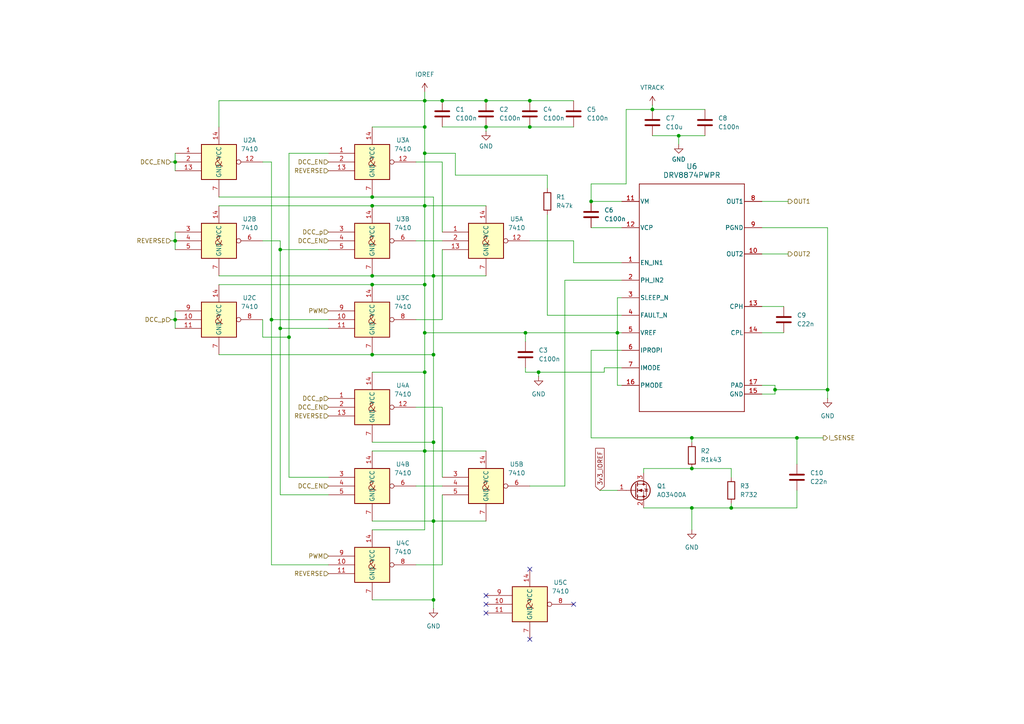
<source format=kicad_sch>
(kicad_sch (version 20231120) (generator "eeschema") (generator_version "8.0")
  (paper "A4")
  (title_block (title "Arduino Nano LCC Booster") (date "2024-04-28") (rev "1.0") (company "TMRC") (comment 1 "Noah Paladino"))
  (lib_symbols
    (symbol "74xx_IEEE:7410"
      (property "Reference" "U" (at 2.54 7.62 0))
      (property "Value" "7410" (at 3.81 -7.62 0))
      (symbol "7410_0_0"
        (text "&" (at 0 0 0) (effects (font (size 2.54 2.54))))
      )
      (symbol "7410_0_1"
        (rectangle (start -5.08 5.08) (end 5.08 -5.08) (stroke (width 0.254)) (fill (type background)))
        (pin power_in line (at 0 10.16 270) (length 5.08) (name "VCC") (number "14"))
        (pin power_in line (at 0 -10.16 90) (length 5.08) (name "GND") (number "7"))
      )
      (symbol "7410_1_1"
        (pin input line (at -12.7 2.54 0) (length 7.62) (name "~") (number "1"))
        (pin output inverted (at 12.7 0 180) (length 7.62) (name "~") (number "12"))
        (pin input line (at -12.7 -2.54 0) (length 7.62) (name "~") (number "13"))
        (pin input line (at -12.7 0 0) (length 7.62) (name "~") (number "2"))
      )
      (symbol "7410_2_1"
        (pin input line (at -12.7 2.54 0) (length 7.62) (name "~") (number "3"))
        (pin input line (at -12.7 0 0) (length 7.62) (name "~") (number "4"))
        (pin input line (at -12.7 -2.54 0) (length 7.62) (name "~") (number "5"))
        (pin output inverted (at 12.7 0 180) (length 7.62) (name "~") (number "6"))
      )
      (symbol "7410_3_1"
        (pin input line (at -12.7 0 0) (length 7.62) (name "~") (number "10"))
        (pin input line (at -12.7 -2.54 0) (length 7.62) (name "~") (number "11"))
        (pin output inverted (at 12.7 0 180) (length 7.62) (name "~") (number "8"))
        (pin input line (at -12.7 2.54 0) (length 7.62) (name "~") (number "9"))
      )
    )
    (symbol "DRV8874:DRV8874PWPR" (pin_names (offset 0.254))
      (property "Reference" "U" (at 0 2.54 0))
      (property "Value" "DRV8874PWPR" (at 0 0 0))
      (symbol "DRV8874PWPR_0_1"
        (polyline (pts (xy -15.24 -33.02) (xy 15.24 -33.02)) (stroke (width 0.2032)))
        (polyline (pts (xy -15.24 33.02) (xy -15.24 -33.02)) (stroke (width 0.2032)))
        (polyline (pts (xy 15.24 -33.02) (xy 15.24 33.02)) (stroke (width 0.2032)))
        (polyline (pts (xy 15.24 33.02) (xy -15.24 33.02)) (stroke (width 0.2032)))
        (pin input line (at -20.32 10.16 0) (length 5.08) (name "EN_IN1") (number "1"))
        (pin output line (at 20.32 12.7 180) (length 5.08) (name "OUT2") (number "10"))
        (pin power_in line (at -20.32 27.94 0) (length 5.08) (name "VM") (number "11"))
        (pin power_in line (at -20.32 20.32 0) (length 5.08) (name "VCP") (number "12"))
        (pin power_in line (at 20.32 -2.54 180) (length 5.08) (name "CPH") (number "13"))
        (pin power_in line (at 20.32 -10.16 180) (length 5.08) (name "CPL") (number "14"))
        (pin power_in line (at 20.32 -27.94 180) (length 5.08) (name "GND") (number "15"))
        (pin input line (at -20.32 -25.4 0) (length 5.08) (name "PMODE") (number "16"))
        (pin power_in line (at 20.32 -25.4 180) (length 5.08) (name "PAD") (number "17"))
        (pin input line (at -20.32 5.08 0) (length 5.08) (name "PH_IN2") (number "2"))
        (pin input line (at -20.32 0 0) (length 5.08) (name "SLEEP_N") (number "3"))
        (pin open_collector line (at -20.32 -5.08 0) (length 5.08) (name "FAULT_N") (number "4"))
        (pin power_in line (at -20.32 -10.16 0) (length 5.08) (name "VREF") (number "5"))
        (pin output line (at -20.32 -15.24 0) (length 5.08) (name "IPROPI") (number "6"))
        (pin input line (at -20.32 -20.32 0) (length 5.08) (name "IMODE") (number "7"))
        (pin output line (at 20.32 27.94 180) (length 5.08) (name "OUT1") (number "8"))
        (pin power_in line (at 20.32 20.32 180) (length 5.08) (name "PGND") (number "9"))
      )
    )
    (symbol "Device:C" (pin_numbers hide) (pin_names (offset 0.254))
      (property "Reference" "C" (at 0.635 2.54 0))
      (property "Value" "C" (at 0.635 -2.54 0))
      (symbol "C_0_1"
        (polyline (pts (xy -2.032 -0.762) (xy 2.032 -0.762)) (stroke (width 0.508)))
        (polyline (pts (xy -2.032 0.762) (xy 2.032 0.762)) (stroke (width 0.508)))
      )
      (symbol "C_1_1"
        (pin passive line (at 0 3.81 270) (length 2.794) (name "~") (number "1"))
        (pin passive line (at 0 -3.81 90) (length 2.794) (name "~") (number "2"))
      )
    )
    (symbol "Device:R" (pin_numbers hide) (pin_names (offset 0))
      (property "Reference" "R" (at 2.032 0 90))
      (property "Value" "R" (at 0 0 90))
      (symbol "R_0_1"
        (rectangle (start -1.016 -2.54) (end 1.016 2.54) (stroke (width 0.254)))
      )
      (symbol "R_1_1"
        (pin passive line (at 0 3.81 270) (length 1.27) (name "~") (number "1"))
        (pin passive line (at 0 -3.81 90) (length 1.27) (name "~") (number "2"))
      )
    )
    (symbol "Transistor_FET:AO3400A" (pin_names hide)
      (property "Reference" "Q" (at 5.08 1.905 0))
      (property "Value" "AO3400A" (at 5.08 0 0))
      (symbol "AO3400A_0_1"
        (polyline (pts (xy 0.254 0) (xy -2.54 0)))
        (polyline (pts (xy 0.254 1.905) (xy 0.254 -1.905)) (stroke (width 0.254)))
        (polyline (pts (xy 0.762 -1.27) (xy 0.762 -2.286)) (stroke (width 0.254)))
        (polyline (pts (xy 0.762 0.508) (xy 0.762 -0.508)) (stroke (width 0.254)))
        (polyline (pts (xy 0.762 2.286) (xy 0.762 1.27)) (stroke (width 0.254)))
        (polyline (pts (xy 2.54 2.54) (xy 2.54 1.778)))
        (polyline (pts (xy 2.54 -2.54) (xy 2.54 0) (xy 0.762 0)))
        (polyline (pts (xy 0.762 -1.778) (xy 3.302 -1.778) (xy 3.302 1.778) (xy 0.762 1.778)))
        (polyline (pts (xy 1.016 0) (xy 2.032 0.381) (xy 2.032 -0.381) (xy 1.016 0)) (fill (type outline)))
        (polyline (pts (xy 2.794 0.508) (xy 2.921 0.381) (xy 3.683 0.381) (xy 3.81 0.254)))
        (polyline (pts (xy 3.302 0.381) (xy 2.921 -0.254) (xy 3.683 -0.254) (xy 3.302 0.381)))
        (circle (center 1.651 0) (radius 2.794) (stroke (width 0.254)))
        (circle (center 2.54 -1.778) (radius 0.254) (fill (type outline)))
        (circle (center 2.54 1.778) (radius 0.254) (fill (type outline)))
      )
      (symbol "AO3400A_1_1"
        (pin input line (at -5.08 0 0) (length 2.54) (name "G") (number "1"))
        (pin passive line (at 2.54 -5.08 90) (length 2.54) (name "S") (number "2"))
        (pin passive line (at 2.54 5.08 270) (length 2.54) (name "D") (number "3"))
      )
    )
    (symbol "power:+3.3V" (power) (pin_numbers hide) (pin_names (offset 0) hide)
      (property "Value" "+3.3V" (at 0 3.556 0))
      (symbol "+3.3V_0_1"
        (polyline (pts (xy -0.762 1.27) (xy 0 2.54)))
        (polyline (pts (xy 0 0) (xy 0 2.54)))
        (polyline (pts (xy 0 2.54) (xy 0.762 1.27)))
      )
      (symbol "+3.3V_1_1"
        (pin power_in line (at 0 0 90) (length 0) (name "~") (number "1"))
      )
    )
    (symbol "power:GND" (power) (pin_numbers hide) (pin_names (offset 0) hide)
      (property "Value" "GND" (at 0 -3.81 0))
      (symbol "GND_0_1"
        (polyline (pts (xy 0 0) (xy 0 -1.27) (xy 1.27 -1.27) (xy 0 -2.54) (xy -1.27 -1.27) (xy 0 -1.27)))
      )
      (symbol "GND_1_1"
        (pin power_in line (at 0 0 270) (length 0) (name "~") (number "1"))
      )
    )
  )
  (junction (at 196.85 39.37))
  (junction (at 125.73 128.27))
  (junction (at 200.66 147.32))
  (junction (at 123.19 96.52))
  (junction (at 125.73 80.01))
  (junction (at 50.8 46.99))
  (junction (at 156.21 107.95))
  (junction (at 107.95 57.15))
  (junction (at 140.97 29.21))
  (junction (at 123.19 59.69))
  (junction (at 123.19 130.81))
  (junction (at 83.82 97.79))
  (junction (at 107.95 80.01))
  (junction (at 81.28 72.39))
  (junction (at 125.73 151.13))
  (junction (at 125.73 102.87))
  (junction (at 123.19 29.21))
  (junction (at 200.66 135.89))
  (junction (at 231.14 127))
  (junction (at 212.09 147.32))
  (junction (at 140.97 36.83))
  (junction (at 224.79 113.03))
  (junction (at 107.95 59.69))
  (junction (at 123.19 107.95))
  (junction (at 123.19 44.45))
  (junction (at 153.67 36.83))
  (junction (at 107.95 102.87))
  (junction (at 153.67 29.21))
  (junction (at 152.4 96.52))
  (junction (at 78.74 92.71))
  (junction (at 200.66 127))
  (junction (at 50.8 69.85))
  (junction (at 189.23 31.75))
  (junction (at 179.07 96.52))
  (junction (at 123.19 36.83))
  (junction (at 50.8 92.71))
  (junction (at 81.28 95.25))
  (junction (at 123.19 82.55))
  (junction (at 107.95 82.55))
  (junction (at 171.45 58.42))
  (junction (at 240.03 113.03))
  (junction (at 125.73 173.99))
  (junction (at 128.27 29.21))
  (no_connect (at 166.37 175.26))
  (no_connect (at 153.67 165.1))
  (no_connect (at 140.97 177.8))
  (no_connect (at 140.97 172.72))
  (no_connect (at 153.67 185.42))
  (no_connect (at 140.97 175.26))
  (wire (pts (xy 158.75 54.61) (xy 158.75 50.8)))
  (wire (pts (xy 78.74 92.71) (xy 78.74 46.99)))
  (wire (pts (xy 50.8 90.17) (xy 50.8 92.71)))
  (wire (pts (xy 220.98 111.76) (xy 224.79 111.76)))
  (wire (pts (xy 125.73 102.87) (xy 125.73 128.27)))
  (wire (pts (xy 171.45 53.34) (xy 171.45 58.42)))
  (wire (pts (xy 123.19 44.45) (xy 132.08 44.45)))
  (wire (pts (xy 125.73 102.87) (xy 125.73 80.01)))
  (wire (pts (xy 231.14 147.32) (xy 231.14 142.24)))
  (wire (pts (xy 120.65 46.99) (xy 128.27 46.99)))
  (wire (pts (xy 123.19 29.21) (xy 123.19 36.83)))
  (wire (pts (xy 156.21 107.95) (xy 175.26 107.95)))
  (wire (pts (xy 128.27 29.21) (xy 140.97 29.21)))
  (wire (pts (xy 231.14 127) (xy 231.14 134.62)))
  (wire (pts (xy 128.27 72.39) (xy 128.27 92.71)))
  (wire (pts (xy 123.19 82.55) (xy 123.19 59.69)))
  (wire (pts (xy 166.37 76.2) (xy 180.34 76.2)))
  (wire (pts (xy 63.5 82.55) (xy 107.95 82.55)))
  (wire (pts (xy 107.95 59.69) (xy 123.19 59.69)))
  (wire (pts (xy 238.76 127) (xy 231.14 127)))
  (wire (pts (xy 181.61 31.75) (xy 181.61 53.34)))
  (wire (pts (xy 186.69 147.32) (xy 200.66 147.32)))
  (wire (pts (xy 83.82 138.43) (xy 95.25 138.43)))
  (wire (pts (xy 107.95 153.67) (xy 123.19 153.67)))
  (wire (pts (xy 63.5 29.21) (xy 123.19 29.21)))
  (wire (pts (xy 128.27 118.11) (xy 128.27 138.43)))
  (wire (pts (xy 76.2 69.85) (xy 81.28 69.85)))
  (wire (pts (xy 123.19 44.45) (xy 123.19 59.69)))
  (wire (pts (xy 50.8 67.31) (xy 50.8 69.85)))
  (wire (pts (xy 107.95 36.83) (xy 123.19 36.83)))
  (wire (pts (xy 189.23 31.75) (xy 181.61 31.75)))
  (wire (pts (xy 152.4 96.52) (xy 179.07 96.52)))
  (wire (pts (xy 95.25 95.25) (xy 81.28 95.25)))
  (wire (pts (xy 81.28 69.85) (xy 81.28 72.39)))
  (wire (pts (xy 107.95 130.81) (xy 123.19 130.81)))
  (wire (pts (xy 180.34 111.76) (xy 179.07 111.76)))
  (wire (pts (xy 81.28 72.39) (xy 95.25 72.39)))
  (wire (pts (xy 166.37 69.85) (xy 166.37 76.2)))
  (wire (pts (xy 163.83 81.28) (xy 163.83 140.97)))
  (wire (pts (xy 95.25 163.83) (xy 78.74 163.83)))
  (wire (pts (xy 140.97 29.21) (xy 153.67 29.21)))
  (wire (pts (xy 153.67 69.85) (xy 166.37 69.85)))
  (wire (pts (xy 120.65 140.97) (xy 128.27 140.97)))
  (wire (pts (xy 175.26 106.68) (xy 175.26 107.95)))
  (wire (pts (xy 120.65 118.11) (xy 128.27 118.11)))
  (wire (pts (xy 78.74 46.99) (xy 76.2 46.99)))
  (wire (pts (xy 186.69 135.89) (xy 186.69 137.16)))
  (wire (pts (xy 107.95 173.99) (xy 125.73 173.99)))
  (wire (pts (xy 200.66 135.89) (xy 186.69 135.89)))
  (wire (pts (xy 196.85 39.37) (xy 204.47 39.37)))
  (wire (pts (xy 49.53 69.85) (xy 50.8 69.85)))
  (wire (pts (xy 123.19 36.83) (xy 123.19 44.45)))
  (wire (pts (xy 123.19 130.81) (xy 140.97 130.81)))
  (wire (pts (xy 120.65 163.83) (xy 128.27 163.83)))
  (wire (pts (xy 123.19 153.67) (xy 123.19 130.81)))
  (wire (pts (xy 140.97 36.83) (xy 153.67 36.83)))
  (wire (pts (xy 153.67 36.83) (xy 166.37 36.83)))
  (wire (pts (xy 171.45 58.42) (xy 180.34 58.42)))
  (wire (pts (xy 228.6 73.66) (xy 220.98 73.66)))
  (wire (pts (xy 140.97 36.83) (xy 140.97 38.1)))
  (wire (pts (xy 152.4 107.95) (xy 152.4 106.68)))
  (wire (pts (xy 171.45 127) (xy 200.66 127)))
  (wire (pts (xy 180.34 101.6) (xy 171.45 101.6)))
  (wire (pts (xy 212.09 147.32) (xy 212.09 146.05)))
  (wire (pts (xy 107.95 151.13) (xy 125.73 151.13)))
  (wire (pts (xy 123.19 130.81) (xy 123.19 107.95)))
  (wire (pts (xy 189.23 39.37) (xy 196.85 39.37)))
  (wire (pts (xy 180.34 96.52) (xy 179.07 96.52)))
  (wire (pts (xy 76.2 97.79) (xy 76.2 92.71)))
  (wire (pts (xy 107.95 128.27) (xy 125.73 128.27)))
  (wire (pts (xy 152.4 107.95) (xy 156.21 107.95)))
  (wire (pts (xy 189.23 31.75) (xy 204.47 31.75)))
  (wire (pts (xy 189.23 30.48) (xy 189.23 31.75)))
  (wire (pts (xy 120.65 69.85) (xy 128.27 69.85)))
  (wire (pts (xy 228.6 58.42) (xy 220.98 58.42)))
  (wire (pts (xy 63.5 80.01) (xy 107.95 80.01)))
  (wire (pts (xy 196.85 41.91) (xy 196.85 39.37)))
  (wire (pts (xy 78.74 163.83) (xy 78.74 92.71)))
  (wire (pts (xy 63.5 102.87) (xy 107.95 102.87)))
  (wire (pts (xy 63.5 59.69) (xy 107.95 59.69)))
  (wire (pts (xy 158.75 91.44) (xy 180.34 91.44)))
  (wire (pts (xy 173.99 142.24) (xy 179.07 142.24)))
  (wire (pts (xy 128.27 92.71) (xy 120.65 92.71)))
  (wire (pts (xy 123.19 96.52) (xy 123.19 82.55)))
  (wire (pts (xy 107.95 57.15) (xy 125.73 57.15)))
  (wire (pts (xy 95.25 143.51) (xy 81.28 143.51)))
  (wire (pts (xy 200.66 147.32) (xy 212.09 147.32)))
  (wire (pts (xy 224.79 113.03) (xy 240.03 113.03)))
  (wire (pts (xy 179.07 86.36) (xy 179.07 96.52)))
  (wire (pts (xy 163.83 140.97) (xy 153.67 140.97)))
  (wire (pts (xy 63.5 36.83) (xy 63.5 29.21)))
  (wire (pts (xy 224.79 113.03) (xy 224.79 114.3)))
  (wire (pts (xy 200.66 127) (xy 200.66 128.27)))
  (wire (pts (xy 63.5 57.15) (xy 107.95 57.15)))
  (wire (pts (xy 152.4 96.52) (xy 152.4 99.06)))
  (wire (pts (xy 125.73 80.01) (xy 140.97 80.01)))
  (wire (pts (xy 81.28 95.25) (xy 81.28 72.39)))
  (wire (pts (xy 128.27 46.99) (xy 128.27 67.31)))
  (wire (pts (xy 83.82 97.79) (xy 76.2 97.79)))
  (wire (pts (xy 200.66 135.89) (xy 212.09 135.89)))
  (wire (pts (xy 107.95 80.01) (xy 125.73 80.01)))
  (wire (pts (xy 107.95 82.55) (xy 123.19 82.55)))
  (wire (pts (xy 240.03 113.03) (xy 240.03 115.57)))
  (wire (pts (xy 50.8 46.99) (xy 50.8 49.53)))
  (wire (pts (xy 128.27 36.83) (xy 140.97 36.83)))
  (wire (pts (xy 49.53 92.71) (xy 50.8 92.71)))
  (wire (pts (xy 123.19 107.95) (xy 123.19 96.52)))
  (wire (pts (xy 171.45 66.04) (xy 180.34 66.04)))
  (wire (pts (xy 81.28 143.51) (xy 81.28 95.25)))
  (wire (pts (xy 181.61 53.34) (xy 171.45 53.34)))
  (wire (pts (xy 227.33 96.52) (xy 220.98 96.52)))
  (wire (pts (xy 200.66 147.32) (xy 200.66 153.67)))
  (wire (pts (xy 153.67 29.21) (xy 166.37 29.21)))
  (wire (pts (xy 50.8 44.45) (xy 50.8 46.99)))
  (wire (pts (xy 171.45 101.6) (xy 171.45 127)))
  (wire (pts (xy 123.19 29.21) (xy 128.27 29.21)))
  (wire (pts (xy 83.82 44.45) (xy 83.82 97.79)))
  (wire (pts (xy 128.27 163.83) (xy 128.27 143.51)))
  (wire (pts (xy 50.8 69.85) (xy 50.8 72.39)))
  (wire (pts (xy 49.53 46.99) (xy 50.8 46.99)))
  (wire (pts (xy 180.34 106.68) (xy 175.26 106.68)))
  (wire (pts (xy 125.73 151.13) (xy 140.97 151.13)))
  (wire (pts (xy 240.03 66.04) (xy 240.03 113.03)))
  (wire (pts (xy 163.83 81.28) (xy 180.34 81.28)))
  (wire (pts (xy 83.82 97.79) (xy 83.82 138.43)))
  (wire (pts (xy 125.73 57.15) (xy 125.73 80.01)))
  (wire (pts (xy 125.73 176.53) (xy 125.73 173.99)))
  (wire (pts (xy 220.98 114.3) (xy 224.79 114.3)))
  (wire (pts (xy 50.8 92.71) (xy 50.8 95.25)))
  (wire (pts (xy 125.73 151.13) (xy 125.73 173.99)))
  (wire (pts (xy 212.09 147.32) (xy 231.14 147.32)))
  (wire (pts (xy 95.25 44.45) (xy 83.82 44.45)))
  (wire (pts (xy 158.75 50.8) (xy 132.08 50.8)))
  (wire (pts (xy 156.21 107.95) (xy 156.21 109.22)))
  (wire (pts (xy 179.07 111.76) (xy 179.07 96.52)))
  (wire (pts (xy 95.25 92.71) (xy 78.74 92.71)))
  (wire (pts (xy 123.19 59.69) (xy 140.97 59.69)))
  (wire (pts (xy 107.95 102.87) (xy 125.73 102.87)))
  (wire (pts (xy 180.34 86.36) (xy 179.07 86.36)))
  (wire (pts (xy 123.19 96.52) (xy 152.4 96.52)))
  (wire (pts (xy 125.73 128.27) (xy 125.73 151.13)))
  (wire (pts (xy 224.79 111.76) (xy 224.79 113.03)))
  (wire (pts (xy 123.19 26.67) (xy 123.19 29.21)))
  (wire (pts (xy 107.95 107.95) (xy 123.19 107.95)))
  (wire (pts (xy 132.08 44.45) (xy 132.08 50.8)))
  (wire (pts (xy 200.66 127) (xy 231.14 127)))
  (wire (pts (xy 212.09 135.89) (xy 212.09 138.43)))
  (wire (pts (xy 220.98 66.04) (xy 240.03 66.04)))
  (wire (pts (xy 158.75 62.23) (xy 158.75 91.44)))
  (wire (pts (xy 227.33 88.9) (xy 220.98 88.9)))
  (global_label "3v3_IOREF" (shape input) (at 173.99 142.24 90) (property "Intersheetrefs" "${INTERSHEET_REFS}" (effects (hide yes))))
  (hierarchical_label "PWM" (shape input) (at 95.25 90.17 180))
  (hierarchical_label "REVERSE" (shape input) (at 95.25 166.37 180))
  (hierarchical_label "I_SENSE" (shape output) (at 238.76 127 0))
  (hierarchical_label "OUT2" (shape output) (at 228.6 73.66 0))
  (hierarchical_label "DCC_EN" (shape input) (at 95.25 118.11 180))
  (hierarchical_label "DCC_p" (shape input) (at 95.25 67.31 180))
  (hierarchical_label "REVERSE" (shape input) (at 95.25 49.53 180))
  (hierarchical_label "DCC_EN" (shape input) (at 49.53 46.99 180))
  (hierarchical_label "DCC_EN" (shape input) (at 95.25 140.97 180))
  (hierarchical_label "REVERSE" (shape input) (at 95.25 120.65 180))
  (hierarchical_label "PWM" (shape input) (at 95.25 161.29 180))
  (hierarchical_label "DCC_p" (shape input) (at 95.25 115.57 180))
  (hierarchical_label "OUT1" (shape output) (at 228.6 58.42 0))
  (hierarchical_label "DCC_EN" (shape input) (at 95.25 46.99 180))
  (hierarchical_label "DCC_EN" (shape input) (at 95.25 69.85 180))
  (hierarchical_label "REVERSE" (shape input) (at 49.53 69.85 180))
  (hierarchical_label "DCC_p" (shape input) (at 49.53 92.71 180))
  (symbol (lib_id "74xx_IEEE:7410") (at 107.95 118.11 0) (unit 1)
    (property "Reference" "U4" (at 116.84 111.7914 0))
    (property "Value" "7410" (at 116.84 114.3314 0))
    (property "Footprint" "Package_SO:SOIC-14_3.9x8.7mm_P1.27mm" (effects (hide yes)))
    (instances (project "LCC_Booster" (path "" (reference "U4") (unit 1)) (path "" (reference "U9") (unit 1)) (path "" (reference "U14") (unit 1)) (path "" (reference "U19") (unit 1))) (project "Arduino_Nano_LCC_Boosters" (path "" (reference "U9") (unit 1)) (path "" (reference "U14") (unit 1)) (path "" (reference "U19") (unit 1)) (path "" (reference "U24") (unit 1)) (path "" (reference "U29") (unit 1)) (path "" (reference "U34") (unit 1)) (path "" (reference "U39") (unit 1)) (path "" (reference "U4") (unit 1))))
  )
  (symbol (lib_id "power:GND") (at 125.73 176.53 0) (unit 1)
    (property "Reference" "#PWR019" (effects (hide yes)))
    (property "Value" "GND" (at 125.73 181.61 0))
    (property "Description" "Power symbol creates a global label with name \"GND\" , ground" (effects (hide yes)))
    (instances (project "LCC_Booster" (path "" (reference "#PWR019") (unit 1)) (path "" (reference "#PWR027") (unit 1)) (path "" (reference "#PWR035") (unit 1)) (path "" (reference "#PWR043") (unit 1))) (project "Arduino_Nano_LCC_Boosters" (path "" (reference "#PWR024") (unit 1)) (path "" (reference "#PWR032") (unit 1)) (path "" (reference "#PWR040") (unit 1)) (path "" (reference "#PWR048") (unit 1)) (path "" (reference "#PWR056") (unit 1)) (path "" (reference "#PWR064") (unit 1)) (path "" (reference "#PWR072") (unit 1)) (path "" (reference "#PWR080") (unit 1))))
  )
  (symbol (lib_id "Device:R") (at 200.66 132.08 0) (unit 1)
    (property "Reference" "R2" (at 203.2 130.8099 0) (effects (justify left)))
    (property "Value" "R1k43" (at 203.2 133.3499 0) (effects (justify left)))
    (property "Footprint" "Resistor_SMD:R_01005_0402Metric_Pad0.57x0.30mm_HandSolder" (effects (hide yes)))
    (property "Description" "Resistor" (effects (hide yes)))
    (instances (project "LCC_Booster" (path "" (reference "R2") (unit 1)) (path "" (reference "R5") (unit 1)) (path "" (reference "R8") (unit 1)) (path "" (reference "R11") (unit 1))) (project "Arduino_Nano_LCC_Boosters" (path "" (reference "R6") (unit 1)) (path "" (reference "R9") (unit 1)) (path "" (reference "R12") (unit 1)) (path "" (reference "R15") (unit 1)) (path "" (reference "R18") (unit 1)) (path "" (reference "R21") (unit 1)) (path "" (reference "R24") (unit 1)) (path "" (reference "R27") (unit 1))))
  )
  (symbol (lib_id "Device:C") (at 152.4 102.87 0) (unit 1)
    (property "Reference" "C3" (at 156.21 101.5999 0) (effects (justify left)))
    (property "Value" "C100n" (at 156.21 104.1399 0) (effects (justify left)))
    (property "Footprint" "Capacitor_SMD:C_0402_1005Metric_Pad0.74x0.62mm_HandSolder" (effects (hide yes)))
    (property "Description" "Unpolarized capacitor" (effects (hide yes)))
    (instances (project "LCC_Booster" (path "" (reference "C3") (unit 1)) (path "" (reference "C13") (unit 1)) (path "" (reference "C23") (unit 1)) (path "" (reference "C33") (unit 1))) (project "Arduino_Nano_LCC_Boosters" (path "" (reference "C3") (unit 1)) (path "" (reference "C13") (unit 1)) (path "" (reference "C23") (unit 1)) (path "" (reference "C33") (unit 1)) (path "" (reference "C43") (unit 1)) (path "" (reference "C53") (unit 1)) (path "" (reference "C63") (unit 1)) (path "" (reference "C73") (unit 1))))
  )
  (symbol (lib_id "Device:R") (at 158.75 58.42 0) (unit 1)
    (property "Reference" "R1" (at 161.29 57.1499 0) (effects (justify left)))
    (property "Value" "R47k" (at 161.29 59.6899 0) (effects (justify left)))
    (property "Footprint" "Resistor_SMD:R_01005_0402Metric_Pad0.57x0.30mm_HandSolder" (effects (hide yes)))
    (property "Description" "Resistor" (effects (hide yes)))
    (instances (project "LCC_Booster" (path "" (reference "R1") (unit 1)) (path "" (reference "R4") (unit 1)) (path "" (reference "R7") (unit 1)) (path "" (reference "R10") (unit 1))) (project "Arduino_Nano_LCC_Boosters" (path "" (reference "R5") (unit 1)) (path "" (reference "R8") (unit 1)) (path "" (reference "R11") (unit 1)) (path "" (reference "R14") (unit 1)) (path "" (reference "R17") (unit 1)) (path "" (reference "R20") (unit 1)) (path "" (reference "R23") (unit 1)) (path "" (reference "R26") (unit 1))))
  )
  (symbol (lib_id "74xx_IEEE:7410") (at 107.95 163.83 0) (unit 3)
    (property "Reference" "U4" (at 116.84 157.5114 0))
    (property "Value" "7410" (at 116.84 160.0514 0))
    (property "Footprint" "Package_SO:SOIC-14_3.9x8.7mm_P1.27mm" (effects (hide yes)))
    (instances (project "LCC_Booster" (path "" (reference "U4") (unit 3)) (path "" (reference "U9") (unit 3)) (path "" (reference "U14") (unit 3)) (path "" (reference "U19") (unit 3))) (project "Arduino_Nano_LCC_Boosters" (path "" (reference "U9") (unit 3)) (path "" (reference "U14") (unit 3)) (path "" (reference "U19") (unit 3)) (path "" (reference "U24") (unit 3)) (path "" (reference "U29") (unit 3)) (path "" (reference "U34") (unit 3)) (path "" (reference "U39") (unit 3)) (path "" (reference "U4") (unit 3))))
  )
  (symbol (lib_id "power:+3.3V") (at 189.23 30.48 0) (unit 1)
    (property "Reference" "#PWR022" (effects (hide yes)))
    (property "Value" "VTRACK" (at 189.23 25.4 0))
    (property "Description" "Power symbol creates a global label with name \"VIN\"" (effects (hide yes)))
    (instances (project "LCC_Booster" (path "" (reference "#PWR022") (unit 1)) (path "" (reference "#PWR030") (unit 1)) (path "" (reference "#PWR038") (unit 1)) (path "" (reference "#PWR046") (unit 1))) (project "Arduino_Nano_LCC_Boosters" (path "" (reference "#PWR027") (unit 1)) (path "" (reference "#PWR035") (unit 1)) (path "" (reference "#PWR043") (unit 1)) (path "" (reference "#PWR051") (unit 1)) (path "" (reference "#PWR059") (unit 1)) (path "" (reference "#PWR067") (unit 1)) (path "" (reference "#PWR075") (unit 1)) (path "" (reference "#PWR083") (unit 1))))
  )
  (symbol (lib_id "power:+3.3V") (at 123.19 26.67 0) (unit 1)
    (property "Reference" "#PWR018" (effects (hide yes)))
    (property "Value" "IOREF" (at 123.19 21.59 0))
    (property "Description" "Power symbol creates a global label with name \"+3.3V\"" (effects (hide yes)))
    (instances (project "LCC_Booster" (path "" (reference "#PWR018") (unit 1)) (path "" (reference "#PWR026") (unit 1)) (path "" (reference "#PWR034") (unit 1)) (path "" (reference "#PWR042") (unit 1))) (project "Arduino_Nano_LCC_Boosters" (path "" (reference "#PWR023") (unit 1)) (path "" (reference "#PWR031") (unit 1)) (path "" (reference "#PWR039") (unit 1)) (path "" (reference "#PWR047") (unit 1)) (path "" (reference "#PWR055") (unit 1)) (path "" (reference "#PWR063") (unit 1)) (path "" (reference "#PWR071") (unit 1)) (path "" (reference "#PWR079") (unit 1))))
  )
  (symbol (lib_id "74xx_IEEE:7410") (at 107.95 92.71 0) (unit 3)
    (property "Reference" "U3" (at 116.84 86.3914 0))
    (property "Value" "7410" (at 116.84 88.9314 0))
    (property "Footprint" "Package_SO:SOIC-14_3.9x8.7mm_P1.27mm" (effects (hide yes)))
    (instances (project "LCC_Booster" (path "" (reference "U3") (unit 3)) (path "" (reference "U8") (unit 3)) (path "" (reference "U13") (unit 3)) (path "" (reference "U18") (unit 3))) (project "Arduino_Nano_LCC_Boosters" (path "" (reference "U8") (unit 3)) (path "" (reference "U13") (unit 3)) (path "" (reference "U18") (unit 3)) (path "" (reference "U23") (unit 3)) (path "" (reference "U28") (unit 3)) (path "" (reference "U33") (unit 3)) (path "" (reference "U38") (unit 3)) (path "" (reference "U3") (unit 3))))
  )
  (symbol (lib_id "74xx_IEEE:7410") (at 140.97 140.97 0) (unit 2)
    (property "Reference" "U5" (at 149.86 134.6514 0))
    (property "Value" "7410" (at 149.86 137.1914 0))
    (property "Footprint" "Package_SO:SOIC-14_3.9x8.7mm_P1.27mm" (effects (hide yes)))
    (instances (project "LCC_Booster" (path "" (reference "U5") (unit 2)) (path "" (reference "U10") (unit 2)) (path "" (reference "U15") (unit 2)) (path "" (reference "U20") (unit 2))) (project "Arduino_Nano_LCC_Boosters" (path "" (reference "U10") (unit 2)) (path "" (reference "U15") (unit 2)) (path "" (reference "U20") (unit 2)) (path "" (reference "U25") (unit 2)) (path "" (reference "U30") (unit 2)) (path "" (reference "U35") (unit 2)) (path "" (reference "U40") (unit 2)) (path "" (reference "U5") (unit 2))))
  )
  (symbol (lib_id "power:GND") (at 140.97 38.1 0) (unit 1)
    (property "Reference" "#PWR020" (effects (hide yes)))
    (property "Value" "GND" (at 140.97 42.418 0))
    (property "Description" "Power symbol creates a global label with name \"GND\" , ground" (effects (hide yes)))
    (instances (project "LCC_Booster" (path "" (reference "#PWR020") (unit 1)) (path "" (reference "#PWR028") (unit 1)) (path "" (reference "#PWR036") (unit 1)) (path "" (reference "#PWR044") (unit 1))) (project "Arduino_Nano_LCC_Boosters" (path "" (reference "#PWR025") (unit 1)) (path "" (reference "#PWR033") (unit 1)) (path "" (reference "#PWR041") (unit 1)) (path "" (reference "#PWR049") (unit 1)) (path "" (reference "#PWR057") (unit 1)) (path "" (reference "#PWR065") (unit 1)) (path "" (reference "#PWR073") (unit 1)) (path "" (reference "#PWR081") (unit 1))))
  )
  (symbol (lib_id "Transistor_FET:AO3400A") (at 184.15 142.24 0) (unit 1)
    (property "Reference" "Q1" (at 190.5 140.9699 0) (effects (justify left)))
    (property "Value" "AO3400A" (at 190.5 143.5099 0) (effects (justify left)))
    (property "Footprint" "Package_TO_SOT_SMD:SOT-23" (effects (hide yes)))
    (property "Datasheet" "http://www.aosmd.com/pdfs/datasheet/AO3400A.pdf" (effects (hide yes)))
    (property "Description" "30V Vds, 5.7A Id, N-Channel MOSFET, SOT-23" (effects (hide yes)))
    (instances (project "LCC_Booster" (path "" (reference "Q1") (unit 1)) (path "" (reference "Q2") (unit 1)) (path "" (reference "Q3") (unit 1)) (path "" (reference "Q4") (unit 1))) (project "Arduino_Nano_LCC_Boosters" (path "" (reference "Q1") (unit 1)) (path "" (reference "Q2") (unit 1)) (path "" (reference "Q3") (unit 1)) (path "" (reference "Q4") (unit 1)) (path "" (reference "Q5") (unit 1)) (path "" (reference "Q6") (unit 1)) (path "" (reference "Q7") (unit 1)) (path "" (reference "Q8") (unit 1))))
  )
  (symbol (lib_id "Device:C") (at 189.23 35.56 0) (unit 1)
    (property "Reference" "C7" (at 193.04 34.2899 0) (effects (justify left)))
    (property "Value" "C10u" (at 193.04 36.8299 0) (effects (justify left)))
    (property "Footprint" "Capacitor_SMD:C_1206_3216Metric_Pad1.33x1.80mm_HandSolder" (effects (hide yes)))
    (property "Description" "Unpolarized capacitor" (effects (hide yes)))
    (instances (project "LCC_Booster" (path "" (reference "C7") (unit 1)) (path "" (reference "C17") (unit 1)) (path "" (reference "C27") (unit 1)) (path "" (reference "C37") (unit 1))) (project "Arduino_Nano_LCC_Boosters" (path "" (reference "C7") (unit 1)) (path "" (reference "C17") (unit 1)) (path "" (reference "C27") (unit 1)) (path "" (reference "C37") (unit 1)) (path "" (reference "C47") (unit 1)) (path "" (reference "C57") (unit 1)) (path "" (reference "C67") (unit 1)) (path "" (reference "C77") (unit 1))))
  )
  (symbol (lib_id "power:GND") (at 196.85 41.91 0) (unit 1)
    (property "Reference" "#PWR023" (effects (hide yes)))
    (property "Value" "GND" (at 196.85 46.228 0))
    (property "Description" "Power symbol creates a global label with name \"GND\" , ground" (effects (hide yes)))
    (instances (project "LCC_Booster" (path "" (reference "#PWR023") (unit 1)) (path "" (reference "#PWR031") (unit 1)) (path "" (reference "#PWR039") (unit 1)) (path "" (reference "#PWR047") (unit 1))) (project "Arduino_Nano_LCC_Boosters" (path "" (reference "#PWR028") (unit 1)) (path "" (reference "#PWR036") (unit 1)) (path "" (reference "#PWR044") (unit 1)) (path "" (reference "#PWR052") (unit 1)) (path "" (reference "#PWR060") (unit 1)) (path "" (reference "#PWR068") (unit 1)) (path "" (reference "#PWR076") (unit 1)) (path "" (reference "#PWR084") (unit 1))))
  )
  (symbol (lib_id "74xx_IEEE:7410") (at 63.5 46.99 0) (unit 1)
    (property "Reference" "U2" (at 72.39 40.6714 0))
    (property "Value" "7410" (at 72.39 43.2114 0))
    (property "Footprint" "Package_SO:SOIC-14_3.9x8.7mm_P1.27mm" (effects (hide yes)))
    (instances (project "LCC_Booster" (path "" (reference "U2") (unit 1)) (path "" (reference "U7") (unit 1)) (path "" (reference "U12") (unit 1)) (path "" (reference "U17") (unit 1))) (project "Arduino_Nano_LCC_Boosters" (path "" (reference "U7") (unit 1)) (path "" (reference "U12") (unit 1)) (path "" (reference "U17") (unit 1)) (path "" (reference "U22") (unit 1)) (path "" (reference "U27") (unit 1)) (path "" (reference "U32") (unit 1)) (path "" (reference "U37") (unit 1)) (path "" (reference "U2") (unit 1))))
  )
  (symbol (lib_id "Device:C") (at 128.27 33.02 0) (unit 1)
    (property "Reference" "C1" (at 132.08 31.7499 0) (effects (justify left)))
    (property "Value" "C100n" (at 132.08 34.2899 0) (effects (justify left)))
    (property "Footprint" "Capacitor_SMD:C_0402_1005Metric_Pad0.74x0.62mm_HandSolder" (effects (hide yes)))
    (property "Description" "Unpolarized capacitor" (effects (hide yes)))
    (instances (project "LCC_Booster" (path "" (reference "C1") (unit 1)) (path "" (reference "C11") (unit 1)) (path "" (reference "C21") (unit 1)) (path "" (reference "C31") (unit 1))) (project "Arduino_Nano_LCC_Boosters" (path "" (reference "C1") (unit 1)) (path "" (reference "C11") (unit 1)) (path "" (reference "C21") (unit 1)) (path "" (reference "C31") (unit 1)) (path "" (reference "C41") (unit 1)) (path "" (reference "C51") (unit 1)) (path "" (reference "C61") (unit 1)) (path "" (reference "C71") (unit 1))))
  )
  (symbol (lib_id "Device:C") (at 140.97 33.02 0) (unit 1)
    (property "Reference" "C2" (at 144.78 31.7499 0) (effects (justify left)))
    (property "Value" "C100n" (at 144.78 34.2899 0) (effects (justify left)))
    (property "Footprint" "Capacitor_SMD:C_0402_1005Metric_Pad0.74x0.62mm_HandSolder" (effects (hide yes)))
    (property "Description" "Unpolarized capacitor" (effects (hide yes)))
    (instances (project "LCC_Booster" (path "" (reference "C2") (unit 1)) (path "" (reference "C12") (unit 1)) (path "" (reference "C22") (unit 1)) (path "" (reference "C32") (unit 1))) (project "Arduino_Nano_LCC_Boosters" (path "" (reference "C2") (unit 1)) (path "" (reference "C12") (unit 1)) (path "" (reference "C22") (unit 1)) (path "" (reference "C32") (unit 1)) (path "" (reference "C42") (unit 1)) (path "" (reference "C52") (unit 1)) (path "" (reference "C62") (unit 1)) (path "" (reference "C72") (unit 1))))
  )
  (symbol (lib_id "Device:C") (at 204.47 35.56 0) (unit 1)
    (property "Reference" "C8" (at 208.28 34.2899 0) (effects (justify left)))
    (property "Value" "C100n" (at 208.28 36.8299 0) (effects (justify left)))
    (property "Footprint" "Capacitor_SMD:C_0402_1005Metric_Pad0.74x0.62mm_HandSolder" (effects (hide yes)))
    (property "Description" "Unpolarized capacitor" (effects (hide yes)))
    (instances (project "LCC_Booster" (path "" (reference "C8") (unit 1)) (path "" (reference "C18") (unit 1)) (path "" (reference "C28") (unit 1)) (path "" (reference "C38") (unit 1))) (project "Arduino_Nano_LCC_Boosters" (path "" (reference "C8") (unit 1)) (path "" (reference "C18") (unit 1)) (path "" (reference "C28") (unit 1)) (path "" (reference "C38") (unit 1)) (path "" (reference "C48") (unit 1)) (path "" (reference "C58") (unit 1)) (path "" (reference "C68") (unit 1)) (path "" (reference "C78") (unit 1))))
  )
  (symbol (lib_id "Device:C") (at 227.33 92.71 0) (unit 1)
    (property "Reference" "C9" (at 231.14 91.4399 0) (effects (justify left)))
    (property "Value" "C22n" (at 231.14 93.9799 0) (effects (justify left)))
    (property "Footprint" "Capacitor_SMD:C_0402_1005Metric_Pad0.74x0.62mm_HandSolder" (effects (hide yes)))
    (property "Description" "Unpolarized capacitor" (effects (hide yes)))
    (instances (project "LCC_Booster" (path "" (reference "C9") (unit 1)) (path "" (reference "C19") (unit 1)) (path "" (reference "C29") (unit 1)) (path "" (reference "C39") (unit 1))) (project "Arduino_Nano_LCC_Boosters" (path "" (reference "C9") (unit 1)) (path "" (reference "C19") (unit 1)) (path "" (reference "C29") (unit 1)) (path "" (reference "C39") (unit 1)) (path "" (reference "C49") (unit 1)) (path "" (reference "C59") (unit 1)) (path "" (reference "C69") (unit 1)) (path "" (reference "C79") (unit 1))))
  )
  (symbol (lib_id "74xx_IEEE:7410") (at 63.5 69.85 0) (unit 2)
    (property "Reference" "U2" (at 72.39 63.5314 0))
    (property "Value" "7410" (at 72.39 66.0714 0))
    (property "Footprint" "Package_SO:SOIC-14_3.9x8.7mm_P1.27mm" (effects (hide yes)))
    (instances (project "LCC_Booster" (path "" (reference "U2") (unit 2)) (path "" (reference "U7") (unit 2)) (path "" (reference "U12") (unit 2)) (path "" (reference "U17") (unit 2))) (project "Arduino_Nano_LCC_Boosters" (path "" (reference "U7") (unit 2)) (path "" (reference "U12") (unit 2)) (path "" (reference "U17") (unit 2)) (path "" (reference "U22") (unit 2)) (path "" (reference "U27") (unit 2)) (path "" (reference "U32") (unit 2)) (path "" (reference "U37") (unit 2)) (path "" (reference "U2") (unit 2))))
  )
  (symbol (lib_id "Device:C") (at 153.67 33.02 0) (unit 1)
    (property "Reference" "C4" (at 157.48 31.7499 0) (effects (justify left)))
    (property "Value" "C100n" (at 157.48 34.2899 0) (effects (justify left)))
    (property "Footprint" "Capacitor_SMD:C_0402_1005Metric_Pad0.74x0.62mm_HandSolder" (effects (hide yes)))
    (property "Description" "Unpolarized capacitor" (effects (hide yes)))
    (instances (project "LCC_Booster" (path "" (reference "C4") (unit 1)) (path "" (reference "C14") (unit 1)) (path "" (reference "C24") (unit 1)) (path "" (reference "C34") (unit 1))) (project "Arduino_Nano_LCC_Boosters" (path "" (reference "C4") (unit 1)) (path "" (reference "C14") (unit 1)) (path "" (reference "C24") (unit 1)) (path "" (reference "C34") (unit 1)) (path "" (reference "C44") (unit 1)) (path "" (reference "C54") (unit 1)) (path "" (reference "C64") (unit 1)) (path "" (reference "C74") (unit 1))))
  )
  (symbol (lib_id "74xx_IEEE:7410") (at 107.95 69.85 0) (unit 2)
    (property "Reference" "U3" (at 116.84 63.5314 0))
    (property "Value" "7410" (at 116.84 66.0714 0))
    (property "Footprint" "Package_SO:SOIC-14_3.9x8.7mm_P1.27mm" (effects (hide yes)))
    (instances (project "LCC_Booster" (path "" (reference "U3") (unit 2)) (path "" (reference "U8") (unit 2)) (path "" (reference "U13") (unit 2)) (path "" (reference "U18") (unit 2))) (project "Arduino_Nano_LCC_Boosters" (path "" (reference "U8") (unit 2)) (path "" (reference "U13") (unit 2)) (path "" (reference "U18") (unit 2)) (path "" (reference "U23") (unit 2)) (path "" (reference "U28") (unit 2)) (path "" (reference "U33") (unit 2)) (path "" (reference "U38") (unit 2)) (path "" (reference "U3") (unit 2))))
  )
  (symbol (lib_id "74xx_IEEE:7410") (at 107.95 140.97 0) (unit 2)
    (property "Reference" "U4" (at 116.84 134.6514 0))
    (property "Value" "7410" (at 116.84 137.1914 0))
    (property "Footprint" "Package_SO:SOIC-14_3.9x8.7mm_P1.27mm" (effects (hide yes)))
    (instances (project "LCC_Booster" (path "" (reference "U4") (unit 2)) (path "" (reference "U9") (unit 2)) (path "" (reference "U14") (unit 2)) (path "" (reference "U19") (unit 2))) (project "Arduino_Nano_LCC_Boosters" (path "" (reference "U9") (unit 2)) (path "" (reference "U14") (unit 2)) (path "" (reference "U19") (unit 2)) (path "" (reference "U24") (unit 2)) (path "" (reference "U29") (unit 2)) (path "" (reference "U34") (unit 2)) (path "" (reference "U39") (unit 2)) (path "" (reference "U4") (unit 2))))
  )
  (symbol (lib_id "74xx_IEEE:7410") (at 140.97 69.85 0) (unit 1)
    (property "Reference" "U5" (at 149.86 63.5314 0))
    (property "Value" "7410" (at 149.86 66.0714 0))
    (property "Footprint" "Package_SO:SOIC-14_3.9x8.7mm_P1.27mm" (effects (hide yes)))
    (instances (project "LCC_Booster" (path "" (reference "U5") (unit 1)) (path "" (reference "U10") (unit 1)) (path "" (reference "U15") (unit 1)) (path "" (reference "U20") (unit 1))) (project "Arduino_Nano_LCC_Boosters" (path "" (reference "U10") (unit 1)) (path "" (reference "U15") (unit 1)) (path "" (reference "U20") (unit 1)) (path "" (reference "U25") (unit 1)) (path "" (reference "U30") (unit 1)) (path "" (reference "U35") (unit 1)) (path "" (reference "U40") (unit 1)) (path "" (reference "U5") (unit 1))))
  )
  (symbol (lib_id "power:GND") (at 156.21 109.22 0) (unit 1)
    (property "Reference" "#PWR021" (effects (hide yes)))
    (property "Value" "GND" (at 156.21 114.3 0))
    (property "Description" "Power symbol creates a global label with name \"GND\" , ground" (effects (hide yes)))
    (instances (project "LCC_Booster" (path "" (reference "#PWR021") (unit 1)) (path "" (reference "#PWR029") (unit 1)) (path "" (reference "#PWR037") (unit 1)) (path "" (reference "#PWR045") (unit 1))) (project "Arduino_Nano_LCC_Boosters" (path "" (reference "#PWR026") (unit 1)) (path "" (reference "#PWR034") (unit 1)) (path "" (reference "#PWR042") (unit 1)) (path "" (reference "#PWR050") (unit 1)) (path "" (reference "#PWR058") (unit 1)) (path "" (reference "#PWR066") (unit 1)) (path "" (reference "#PWR074") (unit 1)) (path "" (reference "#PWR082") (unit 1))))
  )
  (symbol (lib_id "74xx_IEEE:7410") (at 63.5 92.71 0) (unit 3)
    (property "Reference" "U2" (at 72.39 86.3914 0))
    (property "Value" "7410" (at 72.39 88.9314 0))
    (property "Footprint" "Package_SO:SOIC-14_3.9x8.7mm_P1.27mm" (effects (hide yes)))
    (instances (project "LCC_Booster" (path "" (reference "U2") (unit 3)) (path "" (reference "U7") (unit 3)) (path "" (reference "U12") (unit 3)) (path "" (reference "U17") (unit 3))) (project "Arduino_Nano_LCC_Boosters" (path "" (reference "U7") (unit 3)) (path "" (reference "U12") (unit 3)) (path "" (reference "U17") (unit 3)) (path "" (reference "U22") (unit 3)) (path "" (reference "U27") (unit 3)) (path "" (reference "U32") (unit 3)) (path "" (reference "U37") (unit 3)) (path "" (reference "U2") (unit 3))))
  )
  (symbol (lib_id "power:GND") (at 200.66 153.67 0) (unit 1)
    (property "Reference" "#PWR024" (effects (hide yes)))
    (property "Value" "GND" (at 200.66 158.75 0))
    (property "Description" "Power symbol creates a global label with name \"GND\" , ground" (effects (hide yes)))
    (instances (project "LCC_Booster" (path "" (reference "#PWR024") (unit 1)) (path "" (reference "#PWR032") (unit 1)) (path "" (reference "#PWR040") (unit 1)) (path "" (reference "#PWR048") (unit 1))) (project "Arduino_Nano_LCC_Boosters" (path "" (reference "#PWR029") (unit 1)) (path "" (reference "#PWR037") (unit 1)) (path "" (reference "#PWR045") (unit 1)) (path "" (reference "#PWR053") (unit 1)) (path "" (reference "#PWR061") (unit 1)) (path "" (reference "#PWR069") (unit 1)) (path "" (reference "#PWR077") (unit 1)) (path "" (reference "#PWR085") (unit 1))))
  )
  (symbol (lib_id "power:GND") (at 240.03 115.57 0) (unit 1)
    (property "Reference" "#PWR025" (effects (hide yes)))
    (property "Value" "GND" (at 240.03 120.65 0))
    (property "Description" "Power symbol creates a global label with name \"GND\" , ground" (effects (hide yes)))
    (instances (project "LCC_Booster" (path "" (reference "#PWR025") (unit 1)) (path "" (reference "#PWR033") (unit 1)) (path "" (reference "#PWR041") (unit 1)) (path "" (reference "#PWR049") (unit 1))) (project "Arduino_Nano_LCC_Boosters" (path "" (reference "#PWR030") (unit 1)) (path "" (reference "#PWR038") (unit 1)) (path "" (reference "#PWR046") (unit 1)) (path "" (reference "#PWR054") (unit 1)) (path "" (reference "#PWR062") (unit 1)) (path "" (reference "#PWR070") (unit 1)) (path "" (reference "#PWR078") (unit 1)) (path "" (reference "#PWR086") (unit 1))))
  )
  (symbol (lib_id "Device:C") (at 166.37 33.02 0) (unit 1)
    (property "Reference" "C5" (at 170.18 31.7499 0) (effects (justify left)))
    (property "Value" "C100n" (at 170.18 34.2899 0) (effects (justify left)))
    (property "Footprint" "Capacitor_SMD:C_0402_1005Metric_Pad0.74x0.62mm_HandSolder" (effects (hide yes)))
    (property "Description" "Unpolarized capacitor" (effects (hide yes)))
    (instances (project "LCC_Booster" (path "" (reference "C5") (unit 1)) (path "" (reference "C15") (unit 1)) (path "" (reference "C25") (unit 1)) (path "" (reference "C35") (unit 1))) (project "Arduino_Nano_LCC_Boosters" (path "" (reference "C5") (unit 1)) (path "" (reference "C15") (unit 1)) (path "" (reference "C25") (unit 1)) (path "" (reference "C35") (unit 1)) (path "" (reference "C45") (unit 1)) (path "" (reference "C55") (unit 1)) (path "" (reference "C65") (unit 1)) (path "" (reference "C75") (unit 1))))
  )
  (symbol (lib_id "74xx_IEEE:7410") (at 107.95 46.99 0) (unit 1)
    (property "Reference" "U3" (at 116.84 40.6714 0))
    (property "Value" "7410" (at 116.84 43.2114 0))
    (property "Footprint" "Package_SO:SOIC-14_3.9x8.7mm_P1.27mm" (effects (hide yes)))
    (instances (project "LCC_Booster" (path "" (reference "U3") (unit 1)) (path "" (reference "U8") (unit 1)) (path "" (reference "U13") (unit 1)) (path "" (reference "U18") (unit 1))) (project "Arduino_Nano_LCC_Boosters" (path "" (reference "U8") (unit 1)) (path "" (reference "U13") (unit 1)) (path "" (reference "U18") (unit 1)) (path "" (reference "U23") (unit 1)) (path "" (reference "U28") (unit 1)) (path "" (reference "U33") (unit 1)) (path "" (reference "U38") (unit 1)) (path "" (reference "U3") (unit 1))))
  )
  (symbol (lib_id "74xx_IEEE:7410") (at 153.67 175.26 0) (unit 3)
    (property "Reference" "U5" (at 162.56 168.9414 0))
    (property "Value" "7410" (at 162.56 171.4814 0))
    (property "Footprint" "Package_SO:SOIC-14_3.9x8.7mm_P1.27mm" (effects (hide yes)))
    (instances (project "LCC_Booster" (path "" (reference "U5") (unit 3)) (path "" (reference "U10") (unit 3)) (path "" (reference "U15") (unit 3)) (path "" (reference "U20") (unit 3))) (project "Arduino_Nano_LCC_Boosters" (path "" (reference "U10") (unit 3)) (path "" (reference "U15") (unit 3)) (path "" (reference "U20") (unit 3)) (path "" (reference "U25") (unit 3)) (path "" (reference "U30") (unit 3)) (path "" (reference "U35") (unit 3)) (path "" (reference "U40") (unit 3)) (path "" (reference "U5") (unit 3))))
  )
  (symbol (lib_id "Device:C") (at 231.14 138.43 0) (unit 1)
    (property "Reference" "C10" (at 234.95 137.1599 0) (effects (justify left)))
    (property "Value" "C22n" (at 234.95 139.6999 0) (effects (justify left)))
    (property "Footprint" "Capacitor_SMD:C_0402_1005Metric_Pad0.74x0.62mm_HandSolder" (effects (hide yes)))
    (property "Description" "Unpolarized capacitor" (effects (hide yes)))
    (instances (project "LCC_Booster" (path "" (reference "C10") (unit 1)) (path "" (reference "C20") (unit 1)) (path "" (reference "C30") (unit 1)) (path "" (reference "C40") (unit 1))) (project "Arduino_Nano_LCC_Boosters" (path "" (reference "C10") (unit 1)) (path "" (reference "C20") (unit 1)) (path "" (reference "C30") (unit 1)) (path "" (reference "C40") (unit 1)) (path "" (reference "C50") (unit 1)) (path "" (reference "C60") (unit 1)) (path "" (reference "C70") (unit 1)) (path "" (reference "C80") (unit 1))))
  )
  (symbol (lib_id "Device:R") (at 212.09 142.24 0) (unit 1)
    (property "Reference" "R3" (at 214.63 140.9699 0) (effects (justify left)))
    (property "Value" "R732" (at 214.63 143.5099 0) (effects (justify left)))
    (property "Footprint" "Resistor_SMD:R_01005_0402Metric_Pad0.57x0.30mm_HandSolder" (effects (hide yes)))
    (property "Description" "Resistor" (effects (hide yes)))
    (instances (project "LCC_Booster" (path "" (reference "R3") (unit 1)) (path "" (reference "R6") (unit 1)) (path "" (reference "R9") (unit 1)) (path "" (reference "R12") (unit 1))) (project "Arduino_Nano_LCC_Boosters" (path "" (reference "R7") (unit 1)) (path "" (reference "R10") (unit 1)) (path "" (reference "R13") (unit 1)) (path "" (reference "R16") (unit 1)) (path "" (reference "R19") (unit 1)) (path "" (reference "R22") (unit 1)) (path "" (reference "R25") (unit 1)) (path "" (reference "R28") (unit 1))))
  )
  (symbol (lib_id "Device:C") (at 171.45 62.23 0) (unit 1)
    (property "Reference" "C6" (at 175.26 60.9599 0) (effects (justify left)))
    (property "Value" "C100n" (at 175.26 63.4999 0) (effects (justify left)))
    (property "Footprint" "Capacitor_SMD:C_0402_1005Metric_Pad0.74x0.62mm_HandSolder" (effects (hide yes)))
    (property "Description" "Unpolarized capacitor" (effects (hide yes)))
    (instances (project "LCC_Booster" (path "" (reference "C6") (unit 1)) (path "" (reference "C16") (unit 1)) (path "" (reference "C26") (unit 1)) (path "" (reference "C36") (unit 1))) (project "Arduino_Nano_LCC_Boosters" (path "" (reference "C6") (unit 1)) (path "" (reference "C16") (unit 1)) (path "" (reference "C26") (unit 1)) (path "" (reference "C36") (unit 1)) (path "" (reference "C46") (unit 1)) (path "" (reference "C56") (unit 1)) (path "" (reference "C66") (unit 1)) (path "" (reference "C76") (unit 1))))
  )
  (symbol (lib_id "DRV8874:DRV8874PWPR") (at 200.66 86.36 0) (unit 1)
    (property "Reference" "U6" (at 200.66 48.26 0) (effects (font (size 1.524 1.524))))
    (property "Value" "DRV8874PWPR" (at 200.66 50.8 0) (effects (font (size 1.524 1.524))))
    (property "Footprint" "DRV8874:PWP0016J_NV" (effects (hide yes)))
    (property "Datasheet" "DRV8874PWPR" (effects (hide yes)))
    (instances (project "LCC_Booster" (path "" (reference "U6") (unit 1)) (path "" (reference "U11") (unit 1)) (path "" (reference "U16") (unit 1)) (path "" (reference "U21") (unit 1))) (project "Arduino_Nano_LCC_Boosters" (path "" (reference "U6") (unit 1)) (path "" (reference "U11") (unit 1)) (path "" (reference "U16") (unit 1)) (path "" (reference "U21") (unit 1)) (path "" (reference "U26") (unit 1)) (path "" (reference "U31") (unit 1)) (path "" (reference "U36") (unit 1)) (path "" (reference "U41") (unit 1))))
  )
)
</source>
